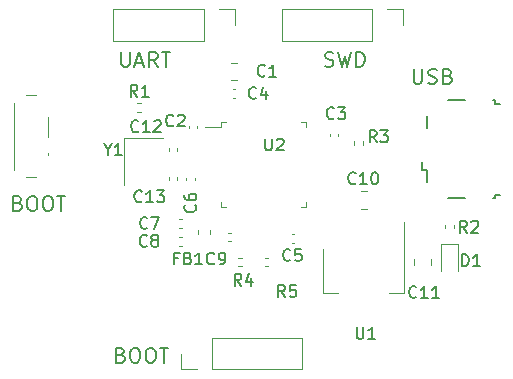
<source format=gbr>
%TF.GenerationSoftware,KiCad,Pcbnew,(6.0.9-0)*%
%TF.CreationDate,2022-12-10T19:00:01+01:00*%
%TF.ProjectId,KiCAD v6 Tutorial STM32,4b694341-4420-4763-9620-5475746f7269,rev?*%
%TF.SameCoordinates,Original*%
%TF.FileFunction,Legend,Top*%
%TF.FilePolarity,Positive*%
%FSLAX46Y46*%
G04 Gerber Fmt 4.6, Leading zero omitted, Abs format (unit mm)*
G04 Created by KiCad (PCBNEW (6.0.9-0)) date 2022-12-10 19:00:01*
%MOMM*%
%LPD*%
G01*
G04 APERTURE LIST*
%ADD10C,0.200000*%
%ADD11C,0.150000*%
%ADD12C,0.120000*%
G04 APERTURE END LIST*
D10*
X150453571Y-62655952D02*
X150632142Y-62715476D01*
X150929761Y-62715476D01*
X151048809Y-62655952D01*
X151108333Y-62596428D01*
X151167857Y-62477380D01*
X151167857Y-62358333D01*
X151108333Y-62239285D01*
X151048809Y-62179761D01*
X150929761Y-62120238D01*
X150691666Y-62060714D01*
X150572619Y-62001190D01*
X150513095Y-61941666D01*
X150453571Y-61822619D01*
X150453571Y-61703571D01*
X150513095Y-61584523D01*
X150572619Y-61525000D01*
X150691666Y-61465476D01*
X150989285Y-61465476D01*
X151167857Y-61525000D01*
X151584523Y-61465476D02*
X151882142Y-62715476D01*
X152120238Y-61822619D01*
X152358333Y-62715476D01*
X152655952Y-61465476D01*
X153132142Y-62715476D02*
X153132142Y-61465476D01*
X153429761Y-61465476D01*
X153608333Y-61525000D01*
X153727380Y-61644047D01*
X153786904Y-61763095D01*
X153846428Y-62001190D01*
X153846428Y-62179761D01*
X153786904Y-62417857D01*
X153727380Y-62536904D01*
X153608333Y-62655952D01*
X153429761Y-62715476D01*
X153132142Y-62715476D01*
X133205952Y-61465476D02*
X133205952Y-62477380D01*
X133265476Y-62596428D01*
X133325000Y-62655952D01*
X133444047Y-62715476D01*
X133682142Y-62715476D01*
X133801190Y-62655952D01*
X133860714Y-62596428D01*
X133920238Y-62477380D01*
X133920238Y-61465476D01*
X134455952Y-62358333D02*
X135051190Y-62358333D01*
X134336904Y-62715476D02*
X134753571Y-61465476D01*
X135170238Y-62715476D01*
X136301190Y-62715476D02*
X135884523Y-62120238D01*
X135586904Y-62715476D02*
X135586904Y-61465476D01*
X136063095Y-61465476D01*
X136182142Y-61525000D01*
X136241666Y-61584523D01*
X136301190Y-61703571D01*
X136301190Y-61882142D01*
X136241666Y-62001190D01*
X136182142Y-62060714D01*
X136063095Y-62120238D01*
X135586904Y-62120238D01*
X136658333Y-61465476D02*
X137372619Y-61465476D01*
X137015476Y-62715476D02*
X137015476Y-61465476D01*
X133203571Y-87110714D02*
X133382142Y-87170238D01*
X133441666Y-87229761D01*
X133501190Y-87348809D01*
X133501190Y-87527380D01*
X133441666Y-87646428D01*
X133382142Y-87705952D01*
X133263095Y-87765476D01*
X132786904Y-87765476D01*
X132786904Y-86515476D01*
X133203571Y-86515476D01*
X133322619Y-86575000D01*
X133382142Y-86634523D01*
X133441666Y-86753571D01*
X133441666Y-86872619D01*
X133382142Y-86991666D01*
X133322619Y-87051190D01*
X133203571Y-87110714D01*
X132786904Y-87110714D01*
X134275000Y-86515476D02*
X134513095Y-86515476D01*
X134632142Y-86575000D01*
X134751190Y-86694047D01*
X134810714Y-86932142D01*
X134810714Y-87348809D01*
X134751190Y-87586904D01*
X134632142Y-87705952D01*
X134513095Y-87765476D01*
X134275000Y-87765476D01*
X134155952Y-87705952D01*
X134036904Y-87586904D01*
X133977380Y-87348809D01*
X133977380Y-86932142D01*
X134036904Y-86694047D01*
X134155952Y-86575000D01*
X134275000Y-86515476D01*
X135584523Y-86515476D02*
X135822619Y-86515476D01*
X135941666Y-86575000D01*
X136060714Y-86694047D01*
X136120238Y-86932142D01*
X136120238Y-87348809D01*
X136060714Y-87586904D01*
X135941666Y-87705952D01*
X135822619Y-87765476D01*
X135584523Y-87765476D01*
X135465476Y-87705952D01*
X135346428Y-87586904D01*
X135286904Y-87348809D01*
X135286904Y-86932142D01*
X135346428Y-86694047D01*
X135465476Y-86575000D01*
X135584523Y-86515476D01*
X136477380Y-86515476D02*
X137191666Y-86515476D01*
X136834523Y-87765476D02*
X136834523Y-86515476D01*
X157972619Y-62915476D02*
X157972619Y-63927380D01*
X158032142Y-64046428D01*
X158091666Y-64105952D01*
X158210714Y-64165476D01*
X158448809Y-64165476D01*
X158567857Y-64105952D01*
X158627380Y-64046428D01*
X158686904Y-63927380D01*
X158686904Y-62915476D01*
X159222619Y-64105952D02*
X159401190Y-64165476D01*
X159698809Y-64165476D01*
X159817857Y-64105952D01*
X159877380Y-64046428D01*
X159936904Y-63927380D01*
X159936904Y-63808333D01*
X159877380Y-63689285D01*
X159817857Y-63629761D01*
X159698809Y-63570238D01*
X159460714Y-63510714D01*
X159341666Y-63451190D01*
X159282142Y-63391666D01*
X159222619Y-63272619D01*
X159222619Y-63153571D01*
X159282142Y-63034523D01*
X159341666Y-62975000D01*
X159460714Y-62915476D01*
X159758333Y-62915476D01*
X159936904Y-62975000D01*
X160889285Y-63510714D02*
X161067857Y-63570238D01*
X161127380Y-63629761D01*
X161186904Y-63748809D01*
X161186904Y-63927380D01*
X161127380Y-64046428D01*
X161067857Y-64105952D01*
X160948809Y-64165476D01*
X160472619Y-64165476D01*
X160472619Y-62915476D01*
X160889285Y-62915476D01*
X161008333Y-62975000D01*
X161067857Y-63034523D01*
X161127380Y-63153571D01*
X161127380Y-63272619D01*
X161067857Y-63391666D01*
X161008333Y-63451190D01*
X160889285Y-63510714D01*
X160472619Y-63510714D01*
X124503571Y-74260714D02*
X124682142Y-74320238D01*
X124741666Y-74379761D01*
X124801190Y-74498809D01*
X124801190Y-74677380D01*
X124741666Y-74796428D01*
X124682142Y-74855952D01*
X124563095Y-74915476D01*
X124086904Y-74915476D01*
X124086904Y-73665476D01*
X124503571Y-73665476D01*
X124622619Y-73725000D01*
X124682142Y-73784523D01*
X124741666Y-73903571D01*
X124741666Y-74022619D01*
X124682142Y-74141666D01*
X124622619Y-74201190D01*
X124503571Y-74260714D01*
X124086904Y-74260714D01*
X125575000Y-73665476D02*
X125813095Y-73665476D01*
X125932142Y-73725000D01*
X126051190Y-73844047D01*
X126110714Y-74082142D01*
X126110714Y-74498809D01*
X126051190Y-74736904D01*
X125932142Y-74855952D01*
X125813095Y-74915476D01*
X125575000Y-74915476D01*
X125455952Y-74855952D01*
X125336904Y-74736904D01*
X125277380Y-74498809D01*
X125277380Y-74082142D01*
X125336904Y-73844047D01*
X125455952Y-73725000D01*
X125575000Y-73665476D01*
X126884523Y-73665476D02*
X127122619Y-73665476D01*
X127241666Y-73725000D01*
X127360714Y-73844047D01*
X127420238Y-74082142D01*
X127420238Y-74498809D01*
X127360714Y-74736904D01*
X127241666Y-74855952D01*
X127122619Y-74915476D01*
X126884523Y-74915476D01*
X126765476Y-74855952D01*
X126646428Y-74736904D01*
X126586904Y-74498809D01*
X126586904Y-74082142D01*
X126646428Y-73844047D01*
X126765476Y-73725000D01*
X126884523Y-73665476D01*
X127777380Y-73665476D02*
X128491666Y-73665476D01*
X128134523Y-74915476D02*
X128134523Y-73665476D01*
D11*
%TO.C,R1*%
X134583333Y-65252380D02*
X134250000Y-64776190D01*
X134011904Y-65252380D02*
X134011904Y-64252380D01*
X134392857Y-64252380D01*
X134488095Y-64300000D01*
X134535714Y-64347619D01*
X134583333Y-64442857D01*
X134583333Y-64585714D01*
X134535714Y-64680952D01*
X134488095Y-64728571D01*
X134392857Y-64776190D01*
X134011904Y-64776190D01*
X135535714Y-65252380D02*
X134964285Y-65252380D01*
X135250000Y-65252380D02*
X135250000Y-64252380D01*
X135154761Y-64395238D01*
X135059523Y-64490476D01*
X134964285Y-64538095D01*
%TO.C,C9*%
X141083333Y-79357142D02*
X141035714Y-79404761D01*
X140892857Y-79452380D01*
X140797619Y-79452380D01*
X140654761Y-79404761D01*
X140559523Y-79309523D01*
X140511904Y-79214285D01*
X140464285Y-79023809D01*
X140464285Y-78880952D01*
X140511904Y-78690476D01*
X140559523Y-78595238D01*
X140654761Y-78500000D01*
X140797619Y-78452380D01*
X140892857Y-78452380D01*
X141035714Y-78500000D01*
X141083333Y-78547619D01*
X141559523Y-79452380D02*
X141750000Y-79452380D01*
X141845238Y-79404761D01*
X141892857Y-79357142D01*
X141988095Y-79214285D01*
X142035714Y-79023809D01*
X142035714Y-78642857D01*
X141988095Y-78547619D01*
X141940476Y-78500000D01*
X141845238Y-78452380D01*
X141654761Y-78452380D01*
X141559523Y-78500000D01*
X141511904Y-78547619D01*
X141464285Y-78642857D01*
X141464285Y-78880952D01*
X141511904Y-78976190D01*
X141559523Y-79023809D01*
X141654761Y-79071428D01*
X141845238Y-79071428D01*
X141940476Y-79023809D01*
X141988095Y-78976190D01*
X142035714Y-78880952D01*
%TO.C,C8*%
X135383333Y-77857142D02*
X135335714Y-77904761D01*
X135192857Y-77952380D01*
X135097619Y-77952380D01*
X134954761Y-77904761D01*
X134859523Y-77809523D01*
X134811904Y-77714285D01*
X134764285Y-77523809D01*
X134764285Y-77380952D01*
X134811904Y-77190476D01*
X134859523Y-77095238D01*
X134954761Y-77000000D01*
X135097619Y-76952380D01*
X135192857Y-76952380D01*
X135335714Y-77000000D01*
X135383333Y-77047619D01*
X135954761Y-77380952D02*
X135859523Y-77333333D01*
X135811904Y-77285714D01*
X135764285Y-77190476D01*
X135764285Y-77142857D01*
X135811904Y-77047619D01*
X135859523Y-77000000D01*
X135954761Y-76952380D01*
X136145238Y-76952380D01*
X136240476Y-77000000D01*
X136288095Y-77047619D01*
X136335714Y-77142857D01*
X136335714Y-77190476D01*
X136288095Y-77285714D01*
X136240476Y-77333333D01*
X136145238Y-77380952D01*
X135954761Y-77380952D01*
X135859523Y-77428571D01*
X135811904Y-77476190D01*
X135764285Y-77571428D01*
X135764285Y-77761904D01*
X135811904Y-77857142D01*
X135859523Y-77904761D01*
X135954761Y-77952380D01*
X136145238Y-77952380D01*
X136240476Y-77904761D01*
X136288095Y-77857142D01*
X136335714Y-77761904D01*
X136335714Y-77571428D01*
X136288095Y-77476190D01*
X136240476Y-77428571D01*
X136145238Y-77380952D01*
%TO.C,U1*%
X153138095Y-84752380D02*
X153138095Y-85561904D01*
X153185714Y-85657142D01*
X153233333Y-85704761D01*
X153328571Y-85752380D01*
X153519047Y-85752380D01*
X153614285Y-85704761D01*
X153661904Y-85657142D01*
X153709523Y-85561904D01*
X153709523Y-84752380D01*
X154709523Y-85752380D02*
X154138095Y-85752380D01*
X154423809Y-85752380D02*
X154423809Y-84752380D01*
X154328571Y-84895238D01*
X154233333Y-84990476D01*
X154138095Y-85038095D01*
%TO.C,C12*%
X134657142Y-68157142D02*
X134609523Y-68204761D01*
X134466666Y-68252380D01*
X134371428Y-68252380D01*
X134228571Y-68204761D01*
X134133333Y-68109523D01*
X134085714Y-68014285D01*
X134038095Y-67823809D01*
X134038095Y-67680952D01*
X134085714Y-67490476D01*
X134133333Y-67395238D01*
X134228571Y-67300000D01*
X134371428Y-67252380D01*
X134466666Y-67252380D01*
X134609523Y-67300000D01*
X134657142Y-67347619D01*
X135609523Y-68252380D02*
X135038095Y-68252380D01*
X135323809Y-68252380D02*
X135323809Y-67252380D01*
X135228571Y-67395238D01*
X135133333Y-67490476D01*
X135038095Y-67538095D01*
X135990476Y-67347619D02*
X136038095Y-67300000D01*
X136133333Y-67252380D01*
X136371428Y-67252380D01*
X136466666Y-67300000D01*
X136514285Y-67347619D01*
X136561904Y-67442857D01*
X136561904Y-67538095D01*
X136514285Y-67680952D01*
X135942857Y-68252380D01*
X136561904Y-68252380D01*
%TO.C,C5*%
X147533333Y-79057142D02*
X147485714Y-79104761D01*
X147342857Y-79152380D01*
X147247619Y-79152380D01*
X147104761Y-79104761D01*
X147009523Y-79009523D01*
X146961904Y-78914285D01*
X146914285Y-78723809D01*
X146914285Y-78580952D01*
X146961904Y-78390476D01*
X147009523Y-78295238D01*
X147104761Y-78200000D01*
X147247619Y-78152380D01*
X147342857Y-78152380D01*
X147485714Y-78200000D01*
X147533333Y-78247619D01*
X148438095Y-78152380D02*
X147961904Y-78152380D01*
X147914285Y-78628571D01*
X147961904Y-78580952D01*
X148057142Y-78533333D01*
X148295238Y-78533333D01*
X148390476Y-78580952D01*
X148438095Y-78628571D01*
X148485714Y-78723809D01*
X148485714Y-78961904D01*
X148438095Y-79057142D01*
X148390476Y-79104761D01*
X148295238Y-79152380D01*
X148057142Y-79152380D01*
X147961904Y-79104761D01*
X147914285Y-79057142D01*
%TO.C,R2*%
X162483333Y-76752380D02*
X162150000Y-76276190D01*
X161911904Y-76752380D02*
X161911904Y-75752380D01*
X162292857Y-75752380D01*
X162388095Y-75800000D01*
X162435714Y-75847619D01*
X162483333Y-75942857D01*
X162483333Y-76085714D01*
X162435714Y-76180952D01*
X162388095Y-76228571D01*
X162292857Y-76276190D01*
X161911904Y-76276190D01*
X162864285Y-75847619D02*
X162911904Y-75800000D01*
X163007142Y-75752380D01*
X163245238Y-75752380D01*
X163340476Y-75800000D01*
X163388095Y-75847619D01*
X163435714Y-75942857D01*
X163435714Y-76038095D01*
X163388095Y-76180952D01*
X162816666Y-76752380D01*
X163435714Y-76752380D01*
%TO.C,FB1*%
X138016666Y-78928571D02*
X137683333Y-78928571D01*
X137683333Y-79452380D02*
X137683333Y-78452380D01*
X138159523Y-78452380D01*
X138873809Y-78928571D02*
X139016666Y-78976190D01*
X139064285Y-79023809D01*
X139111904Y-79119047D01*
X139111904Y-79261904D01*
X139064285Y-79357142D01*
X139016666Y-79404761D01*
X138921428Y-79452380D01*
X138540476Y-79452380D01*
X138540476Y-78452380D01*
X138873809Y-78452380D01*
X138969047Y-78500000D01*
X139016666Y-78547619D01*
X139064285Y-78642857D01*
X139064285Y-78738095D01*
X139016666Y-78833333D01*
X138969047Y-78880952D01*
X138873809Y-78928571D01*
X138540476Y-78928571D01*
X140064285Y-79452380D02*
X139492857Y-79452380D01*
X139778571Y-79452380D02*
X139778571Y-78452380D01*
X139683333Y-78595238D01*
X139588095Y-78690476D01*
X139492857Y-78738095D01*
%TO.C,C11*%
X158207142Y-82207142D02*
X158159523Y-82254761D01*
X158016666Y-82302380D01*
X157921428Y-82302380D01*
X157778571Y-82254761D01*
X157683333Y-82159523D01*
X157635714Y-82064285D01*
X157588095Y-81873809D01*
X157588095Y-81730952D01*
X157635714Y-81540476D01*
X157683333Y-81445238D01*
X157778571Y-81350000D01*
X157921428Y-81302380D01*
X158016666Y-81302380D01*
X158159523Y-81350000D01*
X158207142Y-81397619D01*
X159159523Y-82302380D02*
X158588095Y-82302380D01*
X158873809Y-82302380D02*
X158873809Y-81302380D01*
X158778571Y-81445238D01*
X158683333Y-81540476D01*
X158588095Y-81588095D01*
X160111904Y-82302380D02*
X159540476Y-82302380D01*
X159826190Y-82302380D02*
X159826190Y-81302380D01*
X159730952Y-81445238D01*
X159635714Y-81540476D01*
X159540476Y-81588095D01*
%TO.C,R5*%
X147083333Y-82202380D02*
X146750000Y-81726190D01*
X146511904Y-82202380D02*
X146511904Y-81202380D01*
X146892857Y-81202380D01*
X146988095Y-81250000D01*
X147035714Y-81297619D01*
X147083333Y-81392857D01*
X147083333Y-81535714D01*
X147035714Y-81630952D01*
X146988095Y-81678571D01*
X146892857Y-81726190D01*
X146511904Y-81726190D01*
X147988095Y-81202380D02*
X147511904Y-81202380D01*
X147464285Y-81678571D01*
X147511904Y-81630952D01*
X147607142Y-81583333D01*
X147845238Y-81583333D01*
X147940476Y-81630952D01*
X147988095Y-81678571D01*
X148035714Y-81773809D01*
X148035714Y-82011904D01*
X147988095Y-82107142D01*
X147940476Y-82154761D01*
X147845238Y-82202380D01*
X147607142Y-82202380D01*
X147511904Y-82154761D01*
X147464285Y-82107142D01*
%TO.C,C3*%
X151233333Y-67057142D02*
X151185714Y-67104761D01*
X151042857Y-67152380D01*
X150947619Y-67152380D01*
X150804761Y-67104761D01*
X150709523Y-67009523D01*
X150661904Y-66914285D01*
X150614285Y-66723809D01*
X150614285Y-66580952D01*
X150661904Y-66390476D01*
X150709523Y-66295238D01*
X150804761Y-66200000D01*
X150947619Y-66152380D01*
X151042857Y-66152380D01*
X151185714Y-66200000D01*
X151233333Y-66247619D01*
X151566666Y-66152380D02*
X152185714Y-66152380D01*
X151852380Y-66533333D01*
X151995238Y-66533333D01*
X152090476Y-66580952D01*
X152138095Y-66628571D01*
X152185714Y-66723809D01*
X152185714Y-66961904D01*
X152138095Y-67057142D01*
X152090476Y-67104761D01*
X151995238Y-67152380D01*
X151709523Y-67152380D01*
X151614285Y-67104761D01*
X151566666Y-67057142D01*
%TO.C,D1*%
X162061904Y-79602380D02*
X162061904Y-78602380D01*
X162300000Y-78602380D01*
X162442857Y-78650000D01*
X162538095Y-78745238D01*
X162585714Y-78840476D01*
X162633333Y-79030952D01*
X162633333Y-79173809D01*
X162585714Y-79364285D01*
X162538095Y-79459523D01*
X162442857Y-79554761D01*
X162300000Y-79602380D01*
X162061904Y-79602380D01*
X163585714Y-79602380D02*
X163014285Y-79602380D01*
X163300000Y-79602380D02*
X163300000Y-78602380D01*
X163204761Y-78745238D01*
X163109523Y-78840476D01*
X163014285Y-78888095D01*
%TO.C,Y1*%
X132073809Y-69726190D02*
X132073809Y-70202380D01*
X131740476Y-69202380D02*
X132073809Y-69726190D01*
X132407142Y-69202380D01*
X133264285Y-70202380D02*
X132692857Y-70202380D01*
X132978571Y-70202380D02*
X132978571Y-69202380D01*
X132883333Y-69345238D01*
X132788095Y-69440476D01*
X132692857Y-69488095D01*
%TO.C,C6*%
X139457142Y-74406666D02*
X139504761Y-74454285D01*
X139552380Y-74597142D01*
X139552380Y-74692380D01*
X139504761Y-74835238D01*
X139409523Y-74930476D01*
X139314285Y-74978095D01*
X139123809Y-75025714D01*
X138980952Y-75025714D01*
X138790476Y-74978095D01*
X138695238Y-74930476D01*
X138600000Y-74835238D01*
X138552380Y-74692380D01*
X138552380Y-74597142D01*
X138600000Y-74454285D01*
X138647619Y-74406666D01*
X138552380Y-73549523D02*
X138552380Y-73740000D01*
X138600000Y-73835238D01*
X138647619Y-73882857D01*
X138790476Y-73978095D01*
X138980952Y-74025714D01*
X139361904Y-74025714D01*
X139457142Y-73978095D01*
X139504761Y-73930476D01*
X139552380Y-73835238D01*
X139552380Y-73644761D01*
X139504761Y-73549523D01*
X139457142Y-73501904D01*
X139361904Y-73454285D01*
X139123809Y-73454285D01*
X139028571Y-73501904D01*
X138980952Y-73549523D01*
X138933333Y-73644761D01*
X138933333Y-73835238D01*
X138980952Y-73930476D01*
X139028571Y-73978095D01*
X139123809Y-74025714D01*
%TO.C,C10*%
X153057142Y-72557142D02*
X153009523Y-72604761D01*
X152866666Y-72652380D01*
X152771428Y-72652380D01*
X152628571Y-72604761D01*
X152533333Y-72509523D01*
X152485714Y-72414285D01*
X152438095Y-72223809D01*
X152438095Y-72080952D01*
X152485714Y-71890476D01*
X152533333Y-71795238D01*
X152628571Y-71700000D01*
X152771428Y-71652380D01*
X152866666Y-71652380D01*
X153009523Y-71700000D01*
X153057142Y-71747619D01*
X154009523Y-72652380D02*
X153438095Y-72652380D01*
X153723809Y-72652380D02*
X153723809Y-71652380D01*
X153628571Y-71795238D01*
X153533333Y-71890476D01*
X153438095Y-71938095D01*
X154628571Y-71652380D02*
X154723809Y-71652380D01*
X154819047Y-71700000D01*
X154866666Y-71747619D01*
X154914285Y-71842857D01*
X154961904Y-72033333D01*
X154961904Y-72271428D01*
X154914285Y-72461904D01*
X154866666Y-72557142D01*
X154819047Y-72604761D01*
X154723809Y-72652380D01*
X154628571Y-72652380D01*
X154533333Y-72604761D01*
X154485714Y-72557142D01*
X154438095Y-72461904D01*
X154390476Y-72271428D01*
X154390476Y-72033333D01*
X154438095Y-71842857D01*
X154485714Y-71747619D01*
X154533333Y-71700000D01*
X154628571Y-71652380D01*
%TO.C,C2*%
X137633333Y-67677142D02*
X137585714Y-67724761D01*
X137442857Y-67772380D01*
X137347619Y-67772380D01*
X137204761Y-67724761D01*
X137109523Y-67629523D01*
X137061904Y-67534285D01*
X137014285Y-67343809D01*
X137014285Y-67200952D01*
X137061904Y-67010476D01*
X137109523Y-66915238D01*
X137204761Y-66820000D01*
X137347619Y-66772380D01*
X137442857Y-66772380D01*
X137585714Y-66820000D01*
X137633333Y-66867619D01*
X138014285Y-66867619D02*
X138061904Y-66820000D01*
X138157142Y-66772380D01*
X138395238Y-66772380D01*
X138490476Y-66820000D01*
X138538095Y-66867619D01*
X138585714Y-66962857D01*
X138585714Y-67058095D01*
X138538095Y-67200952D01*
X137966666Y-67772380D01*
X138585714Y-67772380D01*
%TO.C,R4*%
X143383333Y-81252380D02*
X143050000Y-80776190D01*
X142811904Y-81252380D02*
X142811904Y-80252380D01*
X143192857Y-80252380D01*
X143288095Y-80300000D01*
X143335714Y-80347619D01*
X143383333Y-80442857D01*
X143383333Y-80585714D01*
X143335714Y-80680952D01*
X143288095Y-80728571D01*
X143192857Y-80776190D01*
X142811904Y-80776190D01*
X144240476Y-80585714D02*
X144240476Y-81252380D01*
X144002380Y-80204761D02*
X143764285Y-80919047D01*
X144383333Y-80919047D01*
%TO.C,C13*%
X134957142Y-74097142D02*
X134909523Y-74144761D01*
X134766666Y-74192380D01*
X134671428Y-74192380D01*
X134528571Y-74144761D01*
X134433333Y-74049523D01*
X134385714Y-73954285D01*
X134338095Y-73763809D01*
X134338095Y-73620952D01*
X134385714Y-73430476D01*
X134433333Y-73335238D01*
X134528571Y-73240000D01*
X134671428Y-73192380D01*
X134766666Y-73192380D01*
X134909523Y-73240000D01*
X134957142Y-73287619D01*
X135909523Y-74192380D02*
X135338095Y-74192380D01*
X135623809Y-74192380D02*
X135623809Y-73192380D01*
X135528571Y-73335238D01*
X135433333Y-73430476D01*
X135338095Y-73478095D01*
X136242857Y-73192380D02*
X136861904Y-73192380D01*
X136528571Y-73573333D01*
X136671428Y-73573333D01*
X136766666Y-73620952D01*
X136814285Y-73668571D01*
X136861904Y-73763809D01*
X136861904Y-74001904D01*
X136814285Y-74097142D01*
X136766666Y-74144761D01*
X136671428Y-74192380D01*
X136385714Y-74192380D01*
X136290476Y-74144761D01*
X136242857Y-74097142D01*
%TO.C,C4*%
X144633333Y-65357142D02*
X144585714Y-65404761D01*
X144442857Y-65452380D01*
X144347619Y-65452380D01*
X144204761Y-65404761D01*
X144109523Y-65309523D01*
X144061904Y-65214285D01*
X144014285Y-65023809D01*
X144014285Y-64880952D01*
X144061904Y-64690476D01*
X144109523Y-64595238D01*
X144204761Y-64500000D01*
X144347619Y-64452380D01*
X144442857Y-64452380D01*
X144585714Y-64500000D01*
X144633333Y-64547619D01*
X145490476Y-64785714D02*
X145490476Y-65452380D01*
X145252380Y-64404761D02*
X145014285Y-65119047D01*
X145633333Y-65119047D01*
%TO.C,C1*%
X145383333Y-63457142D02*
X145335714Y-63504761D01*
X145192857Y-63552380D01*
X145097619Y-63552380D01*
X144954761Y-63504761D01*
X144859523Y-63409523D01*
X144811904Y-63314285D01*
X144764285Y-63123809D01*
X144764285Y-62980952D01*
X144811904Y-62790476D01*
X144859523Y-62695238D01*
X144954761Y-62600000D01*
X145097619Y-62552380D01*
X145192857Y-62552380D01*
X145335714Y-62600000D01*
X145383333Y-62647619D01*
X146335714Y-63552380D02*
X145764285Y-63552380D01*
X146050000Y-63552380D02*
X146050000Y-62552380D01*
X145954761Y-62695238D01*
X145859523Y-62790476D01*
X145764285Y-62838095D01*
%TO.C,C7*%
X135433333Y-76357142D02*
X135385714Y-76404761D01*
X135242857Y-76452380D01*
X135147619Y-76452380D01*
X135004761Y-76404761D01*
X134909523Y-76309523D01*
X134861904Y-76214285D01*
X134814285Y-76023809D01*
X134814285Y-75880952D01*
X134861904Y-75690476D01*
X134909523Y-75595238D01*
X135004761Y-75500000D01*
X135147619Y-75452380D01*
X135242857Y-75452380D01*
X135385714Y-75500000D01*
X135433333Y-75547619D01*
X135766666Y-75452380D02*
X136433333Y-75452380D01*
X136004761Y-76452380D01*
%TO.C,U2*%
X145388095Y-68802380D02*
X145388095Y-69611904D01*
X145435714Y-69707142D01*
X145483333Y-69754761D01*
X145578571Y-69802380D01*
X145769047Y-69802380D01*
X145864285Y-69754761D01*
X145911904Y-69707142D01*
X145959523Y-69611904D01*
X145959523Y-68802380D01*
X146388095Y-68897619D02*
X146435714Y-68850000D01*
X146530952Y-68802380D01*
X146769047Y-68802380D01*
X146864285Y-68850000D01*
X146911904Y-68897619D01*
X146959523Y-68992857D01*
X146959523Y-69088095D01*
X146911904Y-69230952D01*
X146340476Y-69802380D01*
X146959523Y-69802380D01*
%TO.C,R3*%
X154833333Y-69102380D02*
X154500000Y-68626190D01*
X154261904Y-69102380D02*
X154261904Y-68102380D01*
X154642857Y-68102380D01*
X154738095Y-68150000D01*
X154785714Y-68197619D01*
X154833333Y-68292857D01*
X154833333Y-68435714D01*
X154785714Y-68530952D01*
X154738095Y-68578571D01*
X154642857Y-68626190D01*
X154261904Y-68626190D01*
X155166666Y-68102380D02*
X155785714Y-68102380D01*
X155452380Y-68483333D01*
X155595238Y-68483333D01*
X155690476Y-68530952D01*
X155738095Y-68578571D01*
X155785714Y-68673809D01*
X155785714Y-68911904D01*
X155738095Y-69007142D01*
X155690476Y-69054761D01*
X155595238Y-69102380D01*
X155309523Y-69102380D01*
X155214285Y-69054761D01*
X155166666Y-69007142D01*
D12*
%TO.C,R1*%
X134571359Y-65770000D02*
X134878641Y-65770000D01*
X134571359Y-66530000D02*
X134878641Y-66530000D01*
%TO.C,C9*%
X142292164Y-76790000D02*
X142507836Y-76790000D01*
X142292164Y-77510000D02*
X142507836Y-77510000D01*
%TO.C,C8*%
X138357836Y-77860000D02*
X138142164Y-77860000D01*
X138357836Y-77140000D02*
X138142164Y-77140000D01*
%TO.C,U1*%
X150340000Y-78150000D02*
X150340000Y-81910000D01*
X157160000Y-81910000D02*
X155900000Y-81910000D01*
X150340000Y-81910000D02*
X151600000Y-81910000D01*
X157160000Y-75900000D02*
X157160000Y-81910000D01*
%TO.C,C12*%
X137240000Y-69847836D02*
X137240000Y-69632164D01*
X137960000Y-69847836D02*
X137960000Y-69632164D01*
%TO.C,C5*%
X147877836Y-77610000D02*
X147662164Y-77610000D01*
X147877836Y-76890000D02*
X147662164Y-76890000D01*
%TO.C,R2*%
X160620000Y-76403641D02*
X160620000Y-76096359D01*
X161380000Y-76403641D02*
X161380000Y-76096359D01*
%TO.C,FB1*%
X140760000Y-76549721D02*
X140760000Y-76875279D01*
X139740000Y-76549721D02*
X139740000Y-76875279D01*
%TO.C,C11*%
X158015000Y-79511252D02*
X158015000Y-78988748D01*
X159485000Y-79511252D02*
X159485000Y-78988748D01*
%TO.C,R5*%
X145346359Y-79630000D02*
X145653641Y-79630000D01*
X145346359Y-78870000D02*
X145653641Y-78870000D01*
D11*
%TO.C,J1*%
X159145000Y-71500000D02*
X159145000Y-72500000D01*
X158720000Y-71500000D02*
X159145000Y-71500000D01*
X164845000Y-73850000D02*
X164845000Y-73550000D01*
X160895000Y-73850000D02*
X162295000Y-73850000D01*
X158720000Y-70775000D02*
X158720000Y-71500000D01*
X162295000Y-65550000D02*
X160895000Y-65550000D01*
X165295000Y-65850000D02*
X164845000Y-65850000D01*
X164845000Y-65850000D02*
X164845000Y-65550000D01*
X159145000Y-67900000D02*
X159145000Y-66900000D01*
X164695000Y-73850000D02*
X164845000Y-73850000D01*
X164845000Y-73550000D02*
X165295000Y-73550000D01*
X164845000Y-65550000D02*
X164695000Y-65550000D01*
D12*
%TO.C,J2*%
X140230000Y-60530000D02*
X132550000Y-60530000D01*
X140230000Y-57870000D02*
X132550000Y-57870000D01*
X140230000Y-57870000D02*
X140230000Y-60530000D01*
X132550000Y-57870000D02*
X132550000Y-60530000D01*
X142830000Y-57870000D02*
X142830000Y-59200000D01*
X141500000Y-57870000D02*
X142830000Y-57870000D01*
%TO.C,C3*%
X151610000Y-68372164D02*
X151610000Y-68587836D01*
X150890000Y-68372164D02*
X150890000Y-68587836D01*
%TO.C,D1*%
X161735000Y-77765000D02*
X160265000Y-77765000D01*
X160265000Y-77765000D02*
X160265000Y-80050000D01*
X161735000Y-80050000D02*
X161735000Y-77765000D01*
%TO.C,Y1*%
X133450000Y-68740000D02*
X133450000Y-72740000D01*
X136750000Y-68740000D02*
X133450000Y-68740000D01*
%TO.C,C6*%
X138740000Y-72347836D02*
X138740000Y-72132164D01*
X139460000Y-72347836D02*
X139460000Y-72132164D01*
%TO.C,C10*%
X153488748Y-73265000D02*
X154011252Y-73265000D01*
X153488748Y-74735000D02*
X154011252Y-74735000D01*
%TO.C,C2*%
X139660000Y-67907836D02*
X139660000Y-67692164D01*
X138940000Y-67907836D02*
X138940000Y-67692164D01*
%TO.C,R4*%
X143403641Y-78870000D02*
X143096359Y-78870000D01*
X143403641Y-79630000D02*
X143096359Y-79630000D01*
%TO.C,J4*%
X148550000Y-88330000D02*
X148550000Y-85670000D01*
X139600000Y-88330000D02*
X138270000Y-88330000D01*
X138270000Y-88330000D02*
X138270000Y-87000000D01*
X140870000Y-88330000D02*
X148550000Y-88330000D01*
X140870000Y-88330000D02*
X140870000Y-85670000D01*
X140870000Y-85670000D02*
X148550000Y-85670000D01*
%TO.C,C13*%
X137240000Y-72092164D02*
X137240000Y-72307836D01*
X137960000Y-72092164D02*
X137960000Y-72307836D01*
%TO.C,C4*%
X142642164Y-65360000D02*
X142857836Y-65360000D01*
X142642164Y-64640000D02*
X142857836Y-64640000D01*
%TO.C,C1*%
X142488748Y-63835000D02*
X143011252Y-63835000D01*
X142488748Y-62365000D02*
X143011252Y-62365000D01*
%TO.C,J3*%
X146800000Y-57870000D02*
X146800000Y-60530000D01*
X155750000Y-57870000D02*
X157080000Y-57870000D01*
X157080000Y-57870000D02*
X157080000Y-59200000D01*
X154480000Y-57870000D02*
X146800000Y-57870000D01*
X154480000Y-57870000D02*
X154480000Y-60530000D01*
X154480000Y-60530000D02*
X146800000Y-60530000D01*
%TO.C,SW1*%
X124170000Y-65750000D02*
X124170000Y-71450000D01*
X125970000Y-65150000D02*
X125180000Y-65150000D01*
X127020000Y-70000000D02*
X127020000Y-70200000D01*
X125180000Y-72050000D02*
X125970000Y-72050000D01*
X127020000Y-67000000D02*
X127020000Y-68700000D01*
%TO.C,C7*%
X138357836Y-75640000D02*
X138142164Y-75640000D01*
X138357836Y-76360000D02*
X138142164Y-76360000D01*
%TO.C,U2*%
X148410000Y-67390000D02*
X148860000Y-67390000D01*
X148410000Y-74610000D02*
X148860000Y-74610000D01*
X148860000Y-74610000D02*
X148860000Y-74160000D01*
X142090000Y-67390000D02*
X141640000Y-67390000D01*
X141640000Y-67840000D02*
X140350000Y-67840000D01*
X141640000Y-74610000D02*
X141640000Y-74160000D01*
X148860000Y-67390000D02*
X148860000Y-67840000D01*
X141640000Y-67390000D02*
X141640000Y-67840000D01*
X142090000Y-74610000D02*
X141640000Y-74610000D01*
%TO.C,R3*%
X152920000Y-68996359D02*
X152920000Y-69303641D01*
X153680000Y-68996359D02*
X153680000Y-69303641D01*
%TD*%
M02*

</source>
